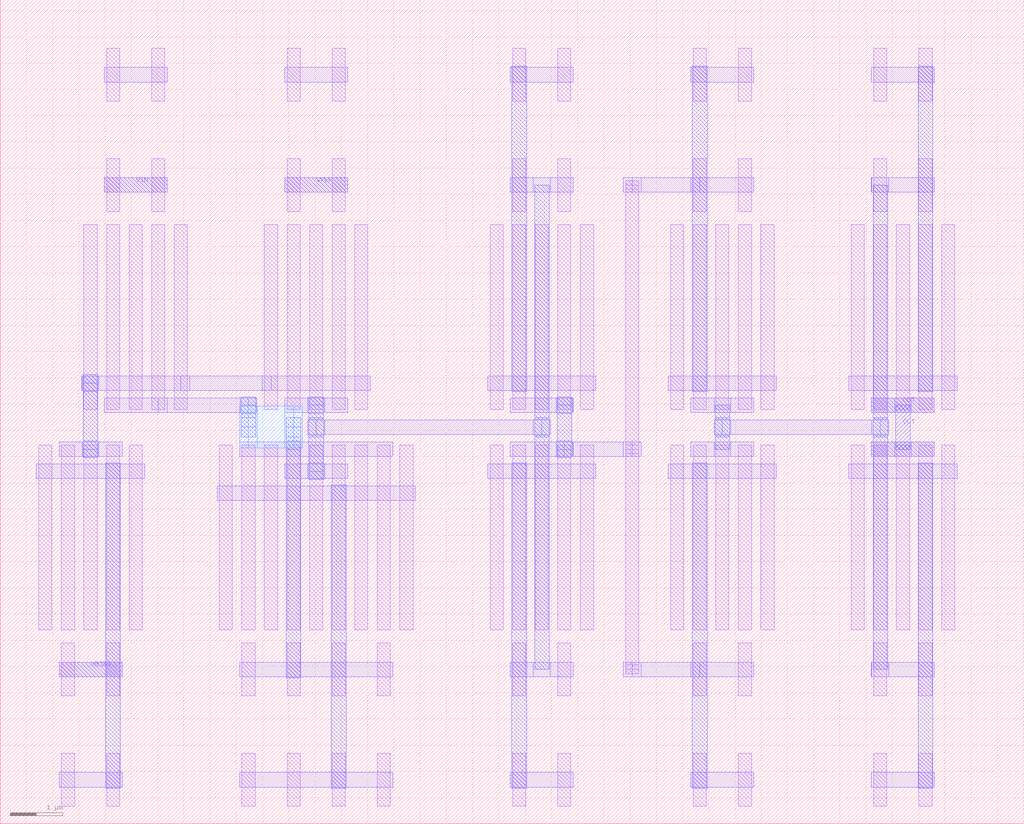
<source format=lef>
MACRO COMPARATOR
  ORIGIN 0 0 ;
  FOREIGN COMPARATOR 0 0 ;
  SIZE 19.51 BY 15.71 ;
  PIN OUT
    DIRECTION INOUT ;
    USE SIGNAL ;
    PORT 
      LAYER M2 ;
        RECT 16.6 7 17.8 7.28 ;
      LAYER M2 ;
        RECT 16.6 7.84 17.8 8.12 ;
      LAYER M2 ;
        RECT 17.04 7 17.36 7.28 ;
      LAYER M3 ;
        RECT 17.06 7.14 17.34 7.98 ;
      LAYER M2 ;
        RECT 17.04 7.84 17.36 8.12 ;
    END
  END OUT
  PIN VBIAS
    DIRECTION INOUT ;
    USE SIGNAL ;
    PORT 
      LAYER M2 ;
        RECT 1.12 2.8 2.32 3.08 ;
    END
  END VBIAS
  PIN VIN
    DIRECTION INOUT ;
    USE SIGNAL ;
    PORT 
      LAYER M2 ;
        RECT 1.98 12.04 3.18 12.32 ;
    END
  END VIN
  PIN VREF
    DIRECTION INOUT ;
    USE SIGNAL ;
    PORT 
      LAYER M2 ;
        RECT 5.42 12.04 6.62 12.32 ;
    END
  END VREF
  OBS 
  LAYER M2 ;
        RECT 5.42 6.58 6.62 6.86 ;
  LAYER M2 ;
        RECT 5.42 7.84 6.62 8.12 ;
  LAYER M2 ;
        RECT 9.72 2.8 10.92 3.08 ;
  LAYER M2 ;
        RECT 9.72 12.04 10.92 12.32 ;
  LAYER M2 ;
        RECT 10.16 2.8 10.48 3.08 ;
  LAYER M3 ;
        RECT 10.18 2.94 10.46 12.18 ;
  LAYER M2 ;
        RECT 10.16 12.04 10.48 12.32 ;
  LAYER M2 ;
        RECT 5.86 6.58 6.18 6.86 ;
  LAYER M3 ;
        RECT 5.88 6.72 6.16 7.98 ;
  LAYER M2 ;
        RECT 5.86 7.84 6.18 8.12 ;
  LAYER M3 ;
        RECT 5.88 7.375 6.16 7.745 ;
  LAYER M2 ;
        RECT 6.02 7.42 10.32 7.7 ;
  LAYER M3 ;
        RECT 10.18 7.375 10.46 7.745 ;
  LAYER M2 ;
        RECT 5.86 6.58 6.18 6.86 ;
  LAYER M3 ;
        RECT 5.88 6.56 6.16 6.88 ;
  LAYER M2 ;
        RECT 5.86 7.84 6.18 8.12 ;
  LAYER M3 ;
        RECT 5.88 7.82 6.16 8.14 ;
  LAYER M2 ;
        RECT 5.86 6.58 6.18 6.86 ;
  LAYER M3 ;
        RECT 5.88 6.56 6.16 6.88 ;
  LAYER M2 ;
        RECT 5.86 7.84 6.18 8.12 ;
  LAYER M3 ;
        RECT 5.88 7.82 6.16 8.14 ;
  LAYER M2 ;
        RECT 5.86 6.58 6.18 6.86 ;
  LAYER M3 ;
        RECT 5.88 6.56 6.16 6.88 ;
  LAYER M2 ;
        RECT 5.86 7.42 6.18 7.7 ;
  LAYER M3 ;
        RECT 5.88 7.4 6.16 7.72 ;
  LAYER M2 ;
        RECT 5.86 7.84 6.18 8.12 ;
  LAYER M3 ;
        RECT 5.88 7.82 6.16 8.14 ;
  LAYER M2 ;
        RECT 10.16 7.42 10.48 7.7 ;
  LAYER M3 ;
        RECT 10.18 7.4 10.46 7.72 ;
  LAYER M2 ;
        RECT 5.86 6.58 6.18 6.86 ;
  LAYER M3 ;
        RECT 5.88 6.56 6.16 6.88 ;
  LAYER M2 ;
        RECT 5.86 7.42 6.18 7.7 ;
  LAYER M3 ;
        RECT 5.88 7.4 6.16 7.72 ;
  LAYER M2 ;
        RECT 5.86 7.84 6.18 8.12 ;
  LAYER M3 ;
        RECT 5.88 7.82 6.16 8.14 ;
  LAYER M2 ;
        RECT 10.16 7.42 10.48 7.7 ;
  LAYER M3 ;
        RECT 10.18 7.4 10.46 7.72 ;
  LAYER M2 ;
        RECT 16.6 2.8 17.8 3.08 ;
  LAYER M2 ;
        RECT 16.6 12.04 17.8 12.32 ;
  LAYER M2 ;
        RECT 16.61 2.8 16.93 3.08 ;
  LAYER M3 ;
        RECT 16.63 2.94 16.91 12.18 ;
  LAYER M2 ;
        RECT 16.61 12.04 16.93 12.32 ;
  LAYER M2 ;
        RECT 13.16 7 14.36 7.28 ;
  LAYER M2 ;
        RECT 13.16 7.84 14.36 8.12 ;
  LAYER M2 ;
        RECT 13.6 7 13.92 7.28 ;
  LAYER M3 ;
        RECT 13.62 7.14 13.9 7.98 ;
  LAYER M2 ;
        RECT 13.6 7.84 13.92 8.12 ;
  LAYER M3 ;
        RECT 16.63 7.375 16.91 7.745 ;
  LAYER M2 ;
        RECT 13.76 7.42 16.77 7.7 ;
  LAYER M3 ;
        RECT 13.62 7.375 13.9 7.745 ;
  LAYER M2 ;
        RECT 13.6 7.42 13.92 7.7 ;
  LAYER M3 ;
        RECT 13.62 7.4 13.9 7.72 ;
  LAYER M2 ;
        RECT 16.61 7.42 16.93 7.7 ;
  LAYER M3 ;
        RECT 16.63 7.4 16.91 7.72 ;
  LAYER M2 ;
        RECT 13.6 7.42 13.92 7.7 ;
  LAYER M3 ;
        RECT 13.62 7.4 13.9 7.72 ;
  LAYER M2 ;
        RECT 16.61 7.42 16.93 7.7 ;
  LAYER M3 ;
        RECT 16.63 7.4 16.91 7.72 ;
  LAYER M2 ;
        RECT 1.98 7.84 3.18 8.12 ;
  LAYER M3 ;
        RECT 5.45 2.78 5.73 7.3 ;
  LAYER M2 ;
        RECT 3.01 7.84 4.73 8.12 ;
  LAYER M3 ;
        RECT 4.59 7.56 4.87 7.98 ;
  LAYER M4 ;
        RECT 4.73 7.16 5.59 7.96 ;
  LAYER M3 ;
        RECT 5.45 7.14 5.73 7.56 ;
  LAYER M2 ;
        RECT 4.57 7.84 4.89 8.12 ;
  LAYER M3 ;
        RECT 4.59 7.82 4.87 8.14 ;
  LAYER M3 ;
        RECT 4.59 7.375 4.87 7.745 ;
  LAYER M4 ;
        RECT 4.565 7.16 4.895 7.96 ;
  LAYER M3 ;
        RECT 5.45 7.375 5.73 7.745 ;
  LAYER M4 ;
        RECT 5.425 7.16 5.755 7.96 ;
  LAYER M2 ;
        RECT 4.57 7.84 4.89 8.12 ;
  LAYER M3 ;
        RECT 4.59 7.82 4.87 8.14 ;
  LAYER M3 ;
        RECT 4.59 7.375 4.87 7.745 ;
  LAYER M4 ;
        RECT 4.565 7.16 4.895 7.96 ;
  LAYER M3 ;
        RECT 5.45 7.375 5.73 7.745 ;
  LAYER M4 ;
        RECT 5.425 7.16 5.755 7.96 ;
  LAYER M2 ;
        RECT 1.12 7 2.32 7.28 ;
  LAYER M2 ;
        RECT 1.55 8.26 3.61 8.54 ;
  LAYER M2 ;
        RECT 4.99 8.26 7.05 8.54 ;
  LAYER M2 ;
        RECT 1.56 7 1.88 7.28 ;
  LAYER M3 ;
        RECT 1.58 7.14 1.86 8.4 ;
  LAYER M2 ;
        RECT 1.56 8.26 1.88 8.54 ;
  LAYER M2 ;
        RECT 3.44 8.26 5.16 8.54 ;
  LAYER M2 ;
        RECT 1.56 7 1.88 7.28 ;
  LAYER M3 ;
        RECT 1.58 6.98 1.86 7.3 ;
  LAYER M2 ;
        RECT 1.56 8.26 1.88 8.54 ;
  LAYER M3 ;
        RECT 1.58 8.24 1.86 8.56 ;
  LAYER M2 ;
        RECT 1.56 7 1.88 7.28 ;
  LAYER M3 ;
        RECT 1.58 6.98 1.86 7.3 ;
  LAYER M2 ;
        RECT 1.56 8.26 1.88 8.54 ;
  LAYER M3 ;
        RECT 1.58 8.24 1.86 8.56 ;
  LAYER M2 ;
        RECT 1.56 7 1.88 7.28 ;
  LAYER M3 ;
        RECT 1.58 6.98 1.86 7.3 ;
  LAYER M2 ;
        RECT 1.56 8.26 1.88 8.54 ;
  LAYER M3 ;
        RECT 1.58 8.24 1.86 8.56 ;
  LAYER M2 ;
        RECT 1.56 7 1.88 7.28 ;
  LAYER M3 ;
        RECT 1.58 6.98 1.86 7.3 ;
  LAYER M2 ;
        RECT 1.56 8.26 1.88 8.54 ;
  LAYER M3 ;
        RECT 1.58 8.24 1.86 8.56 ;
  LAYER M2 ;
        RECT 13.16 2.8 14.36 3.08 ;
  LAYER M2 ;
        RECT 9.72 7 10.92 7.28 ;
  LAYER M2 ;
        RECT 9.72 7.84 10.92 8.12 ;
  LAYER M2 ;
        RECT 13.16 12.04 14.36 12.32 ;
  LAYER M2 ;
        RECT 12.04 2.8 13.33 3.08 ;
  LAYER M1 ;
        RECT 11.915 2.94 12.165 7.14 ;
  LAYER M2 ;
        RECT 10.75 7 12.04 7.28 ;
  LAYER M2 ;
        RECT 10.59 7 10.91 7.28 ;
  LAYER M3 ;
        RECT 10.61 7.14 10.89 7.98 ;
  LAYER M2 ;
        RECT 10.59 7.84 10.91 8.12 ;
  LAYER M1 ;
        RECT 11.915 7.14 12.165 12.18 ;
  LAYER M2 ;
        RECT 12.04 12.04 13.33 12.32 ;
  LAYER M1 ;
        RECT 11.915 2.855 12.165 3.025 ;
  LAYER M2 ;
        RECT 11.87 2.8 12.21 3.08 ;
  LAYER M1 ;
        RECT 11.915 7.055 12.165 7.225 ;
  LAYER M2 ;
        RECT 11.87 7 12.21 7.28 ;
  LAYER M1 ;
        RECT 11.915 2.855 12.165 3.025 ;
  LAYER M2 ;
        RECT 11.87 2.8 12.21 3.08 ;
  LAYER M1 ;
        RECT 11.915 7.055 12.165 7.225 ;
  LAYER M2 ;
        RECT 11.87 7 12.21 7.28 ;
  LAYER M1 ;
        RECT 11.915 2.855 12.165 3.025 ;
  LAYER M2 ;
        RECT 11.87 2.8 12.21 3.08 ;
  LAYER M1 ;
        RECT 11.915 7.055 12.165 7.225 ;
  LAYER M2 ;
        RECT 11.87 7 12.21 7.28 ;
  LAYER M2 ;
        RECT 10.59 7 10.91 7.28 ;
  LAYER M3 ;
        RECT 10.61 6.98 10.89 7.3 ;
  LAYER M2 ;
        RECT 10.59 7.84 10.91 8.12 ;
  LAYER M3 ;
        RECT 10.61 7.82 10.89 8.14 ;
  LAYER M1 ;
        RECT 11.915 2.855 12.165 3.025 ;
  LAYER M2 ;
        RECT 11.87 2.8 12.21 3.08 ;
  LAYER M1 ;
        RECT 11.915 7.055 12.165 7.225 ;
  LAYER M2 ;
        RECT 11.87 7 12.21 7.28 ;
  LAYER M2 ;
        RECT 10.59 7 10.91 7.28 ;
  LAYER M3 ;
        RECT 10.61 6.98 10.89 7.3 ;
  LAYER M2 ;
        RECT 10.59 7.84 10.91 8.12 ;
  LAYER M3 ;
        RECT 10.61 7.82 10.89 8.14 ;
  LAYER M1 ;
        RECT 11.915 2.855 12.165 3.025 ;
  LAYER M2 ;
        RECT 11.87 2.8 12.21 3.08 ;
  LAYER M1 ;
        RECT 11.915 7.055 12.165 7.225 ;
  LAYER M2 ;
        RECT 11.87 7 12.21 7.28 ;
  LAYER M1 ;
        RECT 11.915 12.095 12.165 12.265 ;
  LAYER M2 ;
        RECT 11.87 12.04 12.21 12.32 ;
  LAYER M2 ;
        RECT 10.59 7 10.91 7.28 ;
  LAYER M3 ;
        RECT 10.61 6.98 10.89 7.3 ;
  LAYER M2 ;
        RECT 10.59 7.84 10.91 8.12 ;
  LAYER M3 ;
        RECT 10.61 7.82 10.89 8.14 ;
  LAYER M1 ;
        RECT 11.915 2.855 12.165 3.025 ;
  LAYER M2 ;
        RECT 11.87 2.8 12.21 3.08 ;
  LAYER M1 ;
        RECT 11.915 7.055 12.165 7.225 ;
  LAYER M2 ;
        RECT 11.87 7 12.21 7.28 ;
  LAYER M1 ;
        RECT 11.915 12.095 12.165 12.265 ;
  LAYER M2 ;
        RECT 11.87 12.04 12.21 12.32 ;
  LAYER M2 ;
        RECT 10.59 7 10.91 7.28 ;
  LAYER M3 ;
        RECT 10.61 6.98 10.89 7.3 ;
  LAYER M2 ;
        RECT 10.59 7.84 10.91 8.12 ;
  LAYER M3 ;
        RECT 10.61 7.82 10.89 8.14 ;
  LAYER M1 ;
        RECT 10.625 3.695 10.875 7.225 ;
  LAYER M1 ;
        RECT 10.625 2.435 10.875 3.445 ;
  LAYER M1 ;
        RECT 10.625 0.335 10.875 1.345 ;
  LAYER M1 ;
        RECT 11.055 3.695 11.305 7.225 ;
  LAYER M1 ;
        RECT 10.195 3.695 10.445 7.225 ;
  LAYER M1 ;
        RECT 9.765 3.695 10.015 7.225 ;
  LAYER M1 ;
        RECT 9.765 2.435 10.015 3.445 ;
  LAYER M1 ;
        RECT 9.765 0.335 10.015 1.345 ;
  LAYER M1 ;
        RECT 9.335 3.695 9.585 7.225 ;
  LAYER M2 ;
        RECT 9.29 6.58 11.35 6.86 ;
  LAYER M2 ;
        RECT 9.72 0.7 10.92 0.98 ;
  LAYER M2 ;
        RECT 9.72 7 10.92 7.28 ;
  LAYER M2 ;
        RECT 9.72 2.8 10.92 3.08 ;
  LAYER M3 ;
        RECT 9.75 0.68 10.03 6.88 ;
  LAYER M1 ;
        RECT 14.065 3.695 14.315 7.225 ;
  LAYER M1 ;
        RECT 14.065 2.435 14.315 3.445 ;
  LAYER M1 ;
        RECT 14.065 0.335 14.315 1.345 ;
  LAYER M1 ;
        RECT 14.495 3.695 14.745 7.225 ;
  LAYER M1 ;
        RECT 13.635 3.695 13.885 7.225 ;
  LAYER M1 ;
        RECT 13.205 3.695 13.455 7.225 ;
  LAYER M1 ;
        RECT 13.205 2.435 13.455 3.445 ;
  LAYER M1 ;
        RECT 13.205 0.335 13.455 1.345 ;
  LAYER M1 ;
        RECT 12.775 3.695 13.025 7.225 ;
  LAYER M2 ;
        RECT 12.73 6.58 14.79 6.86 ;
  LAYER M2 ;
        RECT 13.16 0.7 14.36 0.98 ;
  LAYER M2 ;
        RECT 13.16 7 14.36 7.28 ;
  LAYER M2 ;
        RECT 13.16 2.8 14.36 3.08 ;
  LAYER M3 ;
        RECT 13.19 0.68 13.47 6.88 ;
  LAYER M1 ;
        RECT 10.625 7.895 10.875 11.425 ;
  LAYER M1 ;
        RECT 10.625 11.675 10.875 12.685 ;
  LAYER M1 ;
        RECT 10.625 13.775 10.875 14.785 ;
  LAYER M1 ;
        RECT 11.055 7.895 11.305 11.425 ;
  LAYER M1 ;
        RECT 10.195 7.895 10.445 11.425 ;
  LAYER M1 ;
        RECT 9.765 7.895 10.015 11.425 ;
  LAYER M1 ;
        RECT 9.765 11.675 10.015 12.685 ;
  LAYER M1 ;
        RECT 9.765 13.775 10.015 14.785 ;
  LAYER M1 ;
        RECT 9.335 7.895 9.585 11.425 ;
  LAYER M2 ;
        RECT 9.29 8.26 11.35 8.54 ;
  LAYER M2 ;
        RECT 9.72 14.14 10.92 14.42 ;
  LAYER M2 ;
        RECT 9.72 7.84 10.92 8.12 ;
  LAYER M2 ;
        RECT 9.72 12.04 10.92 12.32 ;
  LAYER M3 ;
        RECT 9.75 8.24 10.03 14.44 ;
  LAYER M1 ;
        RECT 14.065 7.895 14.315 11.425 ;
  LAYER M1 ;
        RECT 14.065 11.675 14.315 12.685 ;
  LAYER M1 ;
        RECT 14.065 13.775 14.315 14.785 ;
  LAYER M1 ;
        RECT 14.495 7.895 14.745 11.425 ;
  LAYER M1 ;
        RECT 13.635 7.895 13.885 11.425 ;
  LAYER M1 ;
        RECT 13.205 7.895 13.455 11.425 ;
  LAYER M1 ;
        RECT 13.205 11.675 13.455 12.685 ;
  LAYER M1 ;
        RECT 13.205 13.775 13.455 14.785 ;
  LAYER M1 ;
        RECT 12.775 7.895 13.025 11.425 ;
  LAYER M2 ;
        RECT 12.73 8.26 14.79 8.54 ;
  LAYER M2 ;
        RECT 13.16 14.14 14.36 14.42 ;
  LAYER M2 ;
        RECT 13.16 7.84 14.36 8.12 ;
  LAYER M2 ;
        RECT 13.16 12.04 14.36 12.32 ;
  LAYER M3 ;
        RECT 13.19 8.24 13.47 14.44 ;
  LAYER M1 ;
        RECT 4.605 3.695 4.855 7.225 ;
  LAYER M1 ;
        RECT 4.605 2.435 4.855 3.445 ;
  LAYER M1 ;
        RECT 4.605 0.335 4.855 1.345 ;
  LAYER M1 ;
        RECT 4.175 3.695 4.425 7.225 ;
  LAYER M1 ;
        RECT 5.035 3.695 5.285 7.225 ;
  LAYER M1 ;
        RECT 5.465 3.695 5.715 7.225 ;
  LAYER M1 ;
        RECT 5.465 2.435 5.715 3.445 ;
  LAYER M1 ;
        RECT 5.465 0.335 5.715 1.345 ;
  LAYER M1 ;
        RECT 5.895 3.695 6.145 7.225 ;
  LAYER M1 ;
        RECT 6.325 3.695 6.575 7.225 ;
  LAYER M1 ;
        RECT 6.325 2.435 6.575 3.445 ;
  LAYER M1 ;
        RECT 6.325 0.335 6.575 1.345 ;
  LAYER M1 ;
        RECT 6.755 3.695 7.005 7.225 ;
  LAYER M1 ;
        RECT 7.185 3.695 7.435 7.225 ;
  LAYER M1 ;
        RECT 7.185 2.435 7.435 3.445 ;
  LAYER M1 ;
        RECT 7.185 0.335 7.435 1.345 ;
  LAYER M1 ;
        RECT 7.615 3.695 7.865 7.225 ;
  LAYER M2 ;
        RECT 4.56 7 7.48 7.28 ;
  LAYER M2 ;
        RECT 4.56 2.8 7.48 3.08 ;
  LAYER M2 ;
        RECT 4.13 6.16 7.91 6.44 ;
  LAYER M2 ;
        RECT 4.56 0.7 7.48 0.98 ;
  LAYER M3 ;
        RECT 5.45 2.78 5.73 7.3 ;
  LAYER M2 ;
        RECT 5.42 6.58 6.62 6.86 ;
  LAYER M3 ;
        RECT 6.31 0.68 6.59 6.46 ;
  LAYER M1 ;
        RECT 16.645 3.695 16.895 7.225 ;
  LAYER M1 ;
        RECT 16.645 2.435 16.895 3.445 ;
  LAYER M1 ;
        RECT 16.645 0.335 16.895 1.345 ;
  LAYER M1 ;
        RECT 16.215 3.695 16.465 7.225 ;
  LAYER M1 ;
        RECT 17.075 3.695 17.325 7.225 ;
  LAYER M1 ;
        RECT 17.505 3.695 17.755 7.225 ;
  LAYER M1 ;
        RECT 17.505 2.435 17.755 3.445 ;
  LAYER M1 ;
        RECT 17.505 0.335 17.755 1.345 ;
  LAYER M1 ;
        RECT 17.935 3.695 18.185 7.225 ;
  LAYER M2 ;
        RECT 16.17 6.58 18.23 6.86 ;
  LAYER M2 ;
        RECT 16.6 0.7 17.8 0.98 ;
  LAYER M2 ;
        RECT 16.6 7 17.8 7.28 ;
  LAYER M2 ;
        RECT 16.6 2.8 17.8 3.08 ;
  LAYER M3 ;
        RECT 17.49 0.68 17.77 6.88 ;
  LAYER M1 ;
        RECT 16.645 7.895 16.895 11.425 ;
  LAYER M1 ;
        RECT 16.645 11.675 16.895 12.685 ;
  LAYER M1 ;
        RECT 16.645 13.775 16.895 14.785 ;
  LAYER M1 ;
        RECT 16.215 7.895 16.465 11.425 ;
  LAYER M1 ;
        RECT 17.075 7.895 17.325 11.425 ;
  LAYER M1 ;
        RECT 17.505 7.895 17.755 11.425 ;
  LAYER M1 ;
        RECT 17.505 11.675 17.755 12.685 ;
  LAYER M1 ;
        RECT 17.505 13.775 17.755 14.785 ;
  LAYER M1 ;
        RECT 17.935 7.895 18.185 11.425 ;
  LAYER M2 ;
        RECT 16.17 8.26 18.23 8.54 ;
  LAYER M2 ;
        RECT 16.6 14.14 17.8 14.42 ;
  LAYER M2 ;
        RECT 16.6 7.84 17.8 8.12 ;
  LAYER M2 ;
        RECT 16.6 12.04 17.8 12.32 ;
  LAYER M3 ;
        RECT 17.49 8.24 17.77 14.44 ;
  LAYER M1 ;
        RECT 1.165 3.695 1.415 7.225 ;
  LAYER M1 ;
        RECT 1.165 2.435 1.415 3.445 ;
  LAYER M1 ;
        RECT 1.165 0.335 1.415 1.345 ;
  LAYER M1 ;
        RECT 0.735 3.695 0.985 7.225 ;
  LAYER M1 ;
        RECT 1.595 3.695 1.845 7.225 ;
  LAYER M1 ;
        RECT 2.025 3.695 2.275 7.225 ;
  LAYER M1 ;
        RECT 2.025 2.435 2.275 3.445 ;
  LAYER M1 ;
        RECT 2.025 0.335 2.275 1.345 ;
  LAYER M1 ;
        RECT 2.455 3.695 2.705 7.225 ;
  LAYER M2 ;
        RECT 0.69 6.58 2.75 6.86 ;
  LAYER M2 ;
        RECT 1.12 0.7 2.32 0.98 ;
  LAYER M2 ;
        RECT 1.12 7 2.32 7.28 ;
  LAYER M2 ;
        RECT 1.12 2.8 2.32 3.08 ;
  LAYER M3 ;
        RECT 2.01 0.68 2.29 6.88 ;
  LAYER M1 ;
        RECT 2.025 7.895 2.275 11.425 ;
  LAYER M1 ;
        RECT 2.025 11.675 2.275 12.685 ;
  LAYER M1 ;
        RECT 2.025 13.775 2.275 14.785 ;
  LAYER M1 ;
        RECT 1.595 7.895 1.845 11.425 ;
  LAYER M1 ;
        RECT 2.455 7.895 2.705 11.425 ;
  LAYER M1 ;
        RECT 2.885 7.895 3.135 11.425 ;
  LAYER M1 ;
        RECT 2.885 11.675 3.135 12.685 ;
  LAYER M1 ;
        RECT 2.885 13.775 3.135 14.785 ;
  LAYER M1 ;
        RECT 3.315 7.895 3.565 11.425 ;
  LAYER M2 ;
        RECT 1.98 14.14 3.18 14.42 ;
  LAYER M2 ;
        RECT 1.98 7.84 3.18 8.12 ;
  LAYER M2 ;
        RECT 1.98 12.04 3.18 12.32 ;
  LAYER M2 ;
        RECT 1.55 8.26 3.61 8.54 ;
  LAYER M1 ;
        RECT 5.465 7.895 5.715 11.425 ;
  LAYER M1 ;
        RECT 5.465 11.675 5.715 12.685 ;
  LAYER M1 ;
        RECT 5.465 13.775 5.715 14.785 ;
  LAYER M1 ;
        RECT 5.035 7.895 5.285 11.425 ;
  LAYER M1 ;
        RECT 5.895 7.895 6.145 11.425 ;
  LAYER M1 ;
        RECT 6.325 7.895 6.575 11.425 ;
  LAYER M1 ;
        RECT 6.325 11.675 6.575 12.685 ;
  LAYER M1 ;
        RECT 6.325 13.775 6.575 14.785 ;
  LAYER M1 ;
        RECT 6.755 7.895 7.005 11.425 ;
  LAYER M2 ;
        RECT 5.42 14.14 6.62 14.42 ;
  LAYER M2 ;
        RECT 5.42 7.84 6.62 8.12 ;
  LAYER M2 ;
        RECT 5.42 12.04 6.62 12.32 ;
  LAYER M2 ;
        RECT 4.99 8.26 7.05 8.54 ;
  END 
END COMPARATOR

</source>
